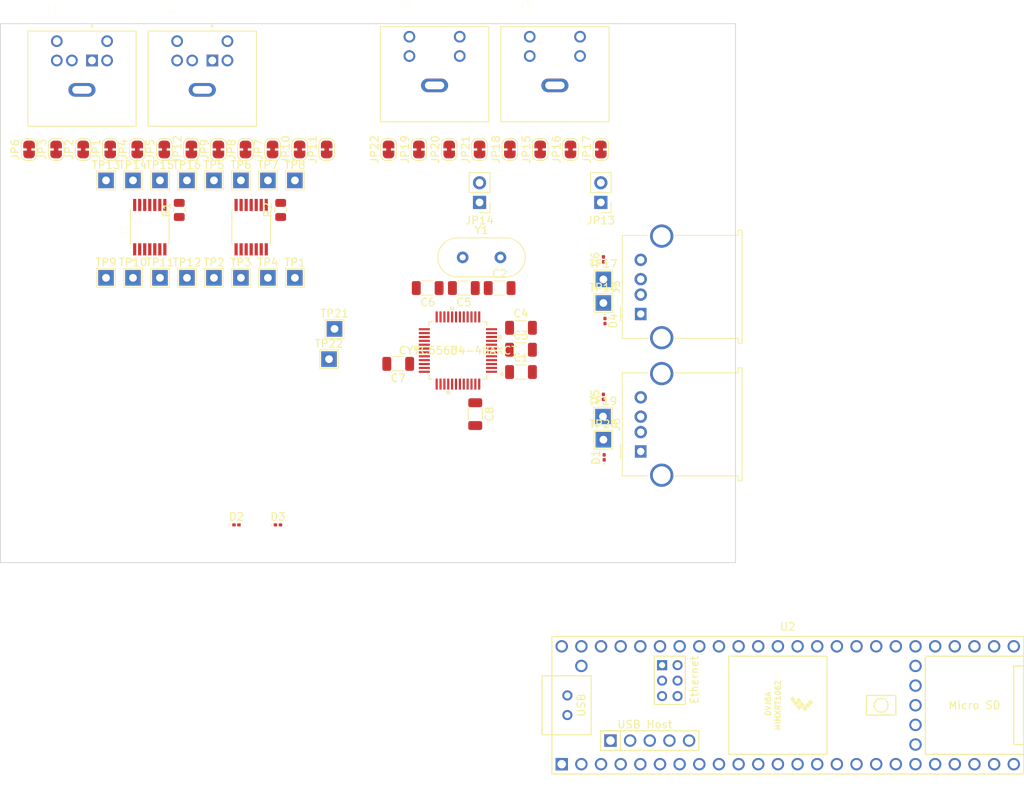
<source format=kicad_pcb>
(kicad_pcb (version 20210228) (generator pcbnew)
  (layers (0 "F.Cu" signal) (31 "B.Cu" signal) (34 "B.Paste" user) (35 "F.Paste" user) (36 "B.SilkS" user "B.Silkscreen") (37 "F.SilkS" user "F.Silkscreen") (38 "B.Mask" user) (39 "F.Mask" user) (44 "Edge.Cuts" user))
  (net 0 "")
  (net 1 "Net-(J1-Pad8)")
  (net 2 "Net-(J1-Pad2)")
  (net 3 "Net-(J1-Pad3)")
  (net 4 "Net-(J1-Pad5)")
  (net 5 "Net-(J1-Pad6)")
  (net 6 "Net-(J1-Pad1)")
  (net 7 "GND")
  (net 8 "Net-(J2-Pad8)")
  (net 9 "Net-(J2-Pad2)")
  (net 10 "Net-(J2-Pad3)")
  (net 11 "Net-(J2-Pad5)")
  (net 12 "Net-(J2-Pad6)")
  (net 13 "Net-(J2-Pad1)")
  (net 14 "Net-(J3-Pad8)")
  (net 15 "Net-(J3-Pad3)")
  (net 16 "Net-(J3-Pad5)")
  (net 17 "Net-(J3-Pad6)")
  (net 18 "Net-(J4-Pad8)")
  (net 19 "Net-(J4-Pad3)")
  (net 20 "Net-(J4-Pad5)")
  (net 21 "Net-(J4-Pad6)")
  (net 22 "PS2_A_Data")
  (net 23 "+5V")
  (net 24 "PS2_A_CLK")
  (net 25 "PS2_B_Data")
  (net 26 "PS2_B_CLK")
  (net 27 "Net-(JP13-Pad2)")
  (net 28 "Net-(JP14-Pad2)")
  (net 29 "ADB_A_Data")
  (net 30 "ADB_A_PWR")
  (net 31 "ADB_B_Data")
  (net 32 "ADB_B_PWR")
  (net 33 "Net-(R1-Pad2)")
  (net 34 "Net-(R2-Pad2)")
  (net 35 "Net-(U1-Pad9)")
  (net 36 "Net-(U1-Pad6)")
  (net 37 "TTL_PS2_B_CLK")
  (net 38 "TTL_PS2_B_Data")
  (net 39 "TTL_PS2_A_CLK")
  (net 40 "TTL_PS2_A_Data")
  (net 41 "+3V3")
  (net 42 "Net-(U3-Pad9)")
  (net 43 "Net-(U3-Pad6)")
  (net 44 "TTL_ADB_B_PWR")
  (net 45 "TTL_ADB_B_Data")
  (net 46 "TTL_ADB_A_PWR")
  (net 47 "TTL_ADB_A_Data")
  (net 48 "USB_VCC_A")
  (net 49 "USB_XIN")
  (net 50 "USB_XOUT")
  (net 51 "USB_VCC_D")
  (net 52 "GNDPWR")
  (net 53 "USB_DD1_N")
  (net 54 "USB_DIN_P")
  (net 55 "USB_DIN_N")
  (net 56 "USB_DD2_N")
  (net 57 "USB_DD1_P")
  (net 58 "USB_DD2_P")
  (footprint "TestPoint:TestPoint_THTPad_2.0x2.0mm_Drill1.0mm" (layer "F.Cu") (at 120.171028 70.2056)
    (fp_text reference "TP4" (at 0 -1.998) (layer "F.SilkS"))
    (fp_text value "TestPoint")
    (pad "1" thru_hole rect (at 0 0) (size 2 2) (drill 1) (layers *.Cu *.Mask) (net 44 "TTL_ADB_B_PWR"))
  )
  (footprint "Connector_USB:USB_A_Molex_67643_Horizontal" (layer "F.Cu") (at 168.3512 74.8792 90)
    (fp_text reference "J5" (at 3.5 -3.19 90) (layer "F.SilkS"))
    (fp_text value "USB_A")
    (pad "1" thru_hole rect (at 0 0 90) (size 1.6 1.5) (drill 0.95) (layers *.Cu *.Mask) (net 23 "+5V"))
    (pad "2" thru_hole circle (at 2.5 0 90) (size 1.6 1.6) (drill 0.95) (layers *.Cu *.Mask) (net 56 "USB_DD2_N"))
    (pad "3" thru_hole circle (at 4.5 0 90) (size 1.6 1.6) (drill 0.95) (layers *.Cu *.Mask) (net 58 "USB_DD2_P"))
    (pad "4" thru_hole circle (at 7 0 90) (size 1.6 1.6) (drill 0.95) (layers *.Cu *.Mask) (net 7 "GND"))
    (pad "5" thru_hole circle (at -3.07 2.71 90) (size 3 3) (drill 2.3) (layers *.Cu *.Mask) (net 52 "GNDPWR"))
    (pad "5" thru_hole circle (at 10.07 2.71 90) (size 3 3) (drill 2.3) (layers *.Cu *.Mask) (net 52 "GNDPWR"))
  )
  (footprint "TestPoint:TestPoint_THTPad_2.0x2.0mm_Drill1.0mm" (layer "F.Cu") (at 99.248686 57.6072)
    (fp_text reference "TP13" (at 0 -1.998) (layer "F.SilkS"))
    (fp_text value "TestPoint")
    (pad "1" thru_hole rect (at 0 0) (size 2 2) (drill 1) (layers *.Cu *.Mask) (net 22 "PS2_A_Data"))
  )
  (footprint "TestPoint:TestPoint_THTPad_2.0x2.0mm_Drill1.0mm" (layer "F.Cu") (at 163.4744 88.138)
    (fp_text reference "TP19" (at 0 -1.998) (layer "F.SilkS"))
    (fp_text value "TestPoint")
    (pad "1" thru_hole rect (at 0 0) (size 2 2) (drill 1) (layers *.Cu *.Mask) (net 57 "USB_DD1_P"))
  )
  (footprint "Capacitor_SMD:C_1206_3216Metric" (layer "F.Cu") (at 152.8756 79.502)
    (fp_text reference "C3" (at 0 -1.85) (layer "F.SilkS"))
    (fp_text value "0.1u")
    (pad "1" smd roundrect (at -1.475 0) (size 1.15 1.8) (layers "F.Cu" "F.Paste" "F.Mask") (roundrect_rratio 0.217391) (net 48 "USB_VCC_A"))
    (pad "2" smd roundrect (at 1.475 0) (size 1.15 1.8) (layers "F.Cu" "F.Paste" "F.Mask") (roundrect_rratio 0.217391) (net 7 "GND"))
  )
  (footprint "Jumper:SolderJumper-2_P1.3mm_Bridged_RoundedPad1.0x1.5mm" (layer "F.Cu") (at 89.304092 53.609 90)
    (fp_text reference "JP6" (at 0 -1.8 90) (layer "F.SilkS"))
    (fp_text value "SolderJumper_2_Bridged")
    (fp_poly (pts (xy 0.25 -0.3) (xy -0.25 -0.3) (xy -0.25 0.3) (xy 0.25 0.3)) (layer "F.Cu") (width 0) (fill solid))
    (pad "1" smd custom (at -0.65 0 90) (size 1 0.5) (layers "F.Cu" "F.Mask") (options (clearance outline) (anchor rect)) (primitives (gr_circle (center 0 0.25) (end 0.5 0.25) (width 0) (fill yes)) (gr_circle (center 0 -0.25) (end 0.5 -0.25) (width 0) (fill yes)) (gr_poly (pts (xy 0 -0.75) (xy 0.5 -0.75) (xy 0.5 0.75) (xy 0 0.75)) (width 0) (fill yes))))
    (pad "2" smd custom (at 0.65 0 90) (size 1 0.5) (layers "F.Cu" "F.Mask") (net 1 "Net-(J1-Pad8)") (options (clearance outline) (anchor rect)) (primitives (gr_circle (center 0 0.25) (end 0.5 0.25) (width 0) (fill yes)) (gr_circle (center 0 -0.25) (end 0.5 -0.25) (width 0) (fill yes)) (gr_poly (pts (xy 0 -0.75) (xy -0.5 -0.75) (xy -0.5 0.75) (xy 0 0.75)) (width 0) (fill yes))))
  )
  (footprint "TestPoint:TestPoint_THTPad_2.0x2.0mm_Drill1.0mm" (layer "F.Cu") (at 106.2228 57.6072)
    (fp_text reference "TP15" (at 0 -1.998) (layer "F.SilkS"))
    (fp_text value "TestPoint")
    (pad "1" thru_hole rect (at 0 0) (size 2 2) (drill 1) (layers *.Cu *.Mask) (net 25 "PS2_B_Data"))
  )
  (footprint "Resistor_SMD:R_0805_2012Metric" (layer "F.Cu") (at 108.712 61.4264 90)
    (fp_text reference "R1" (at 0 -1.65 90) (layer "F.SilkS"))
    (fp_text value "0 ohm")
    (pad "1" smd roundrect (at -0.9125 0 90) (size 1.025 1.4) (layers "F.Cu" "F.Paste" "F.Mask") (roundrect_rratio 0.243902) (net 7 "GND"))
    (pad "2" smd roundrect (at 0.9125 0 90) (size 1.025 1.4) (layers "F.Cu" "F.Paste" "F.Mask") (roundrect_rratio 0.243902) (net 33 "Net-(R1-Pad2)"))
  )
  (footprint "Diode_SMD:D_0201_0603Metric" (layer "F.Cu") (at 163.5252 67.818 90)
    (fp_text reference "D6" (at 0 -1.05 90) (layer "F.SilkS"))
    (fp_text value "PGB1010603MR")
    (pad "1" smd roundrect (at -0.32 0 90) (size 0.46 0.4) (layers "F.Cu" "F.Mask") (net 58 "USB_DD2_P"))
    (pad "2" smd roundrect (at 0.32 0 90) (size 0.46 0.4) (layers "F.Cu" "F.Mask") (net 52 "GNDPWR"))
  )
  (footprint "mousekey_v0p1:SOP65P640X120-14N" (layer "F.Cu") (at 104.902 63.6514 90)
    (fp_text reference "U1" (at -0.595 -3.435 90) (layer "F.SilkS") (effects (font (thickness 0.015))))
    (fp_text value "LSF0204DPWR")
    (pad "1" smd rect (at -2.87 -1.95 90) (size 1.57 0.41) (layers "F.Cu" "F.Paste" "F.Mask") (net 41 "+3V3"))
    (pad "2" smd rect (at -2.87 -1.3 90) (size 1.57 0.41) (layers "F.Cu" "F.Paste" "F.Mask") (net 40 "TTL_PS2_A_Data"))
    (pad "3" smd rect (at -2.87 -0.65 90) (size 1.57 0.41) (layers "F.Cu" "F.Paste" "F.Mask") (net 39 "TTL_PS2_A_CLK"))
    (pad "4" smd rect (at -2.87 0 90) (size 1.57 0.41) (layers "F.Cu" "F.Paste" "F.Mask") (net 38 "TTL_PS2_B_Data"))
    (pad "5" smd rect (at -2.87 0.65 90) (size 1.57 0.41) (layers "F.Cu" "F.Paste" "F.Mask") (net 37 "TTL_PS2_B_CLK"))
    (pad "6" smd rect (at -2.87 1.3 90) (size 1.57 0.41) (layers "F.Cu" "F.Paste" "F.Mask") (net 36 "Net-(U1-Pad6)"))
    (pad "7" smd rect (at -2.87 1.95 90) (size 1.57 0.41) (layers "F.Cu" "F.Paste" "F.Mask") (net 7 "GND"))
    (pad "8" smd rect (at 2.87 1.95 90) (size 1.57 0.41) (layers "F.Cu" "F.Paste" "F.Mask") (net 33 "Net-(R1-Pad2)"))
    (pad "9" smd rect (at 2.87 1.3 90) (size 1.57 0.41) (layers "F.Cu" "F.Paste" "F.Mask") (net 35 "Net-(U1-Pad9)"))
    (pad "10" smd rect (at 2.87 0.65 90) (size 1.57 0.41) (layers "F.Cu" "F.Paste" "F.Mask") (net 26 "PS2_B_CLK"))
    (pad "11" smd rect (at 2.87 0 90) (size 1.57 0.41) (layers "F.Cu" "F.Paste" "F.Mask") (net 25 "PS2_B_Data"))
    (pad "12" smd rect (at 2.87 -0.65 90) (size 1.57 0.41) (layers "F.Cu" "F.Paste" "F.Mask") (net 24 "PS2_A_CLK"))
    (pad "13" smd rect (at 2.87 -1.3 90) (size 1.57 0.41) (layers "F.Cu" "F.Paste" "F.Mask") (net 22 "PS2_A_Data"))
    (pad "14" smd rect (at 2.87 -1.95 90) (size 1.57 0.41) (layers "F.Cu" "F.Paste" "F.Mask") (net 23 "+5V"))
  )
  (footprint "mousekey_v0p1:CUI_MD-60S" (layer "F.Cu") (at 111.689 44.45)
    (fp_text reference "J2" (at -3.825 -8.985) (layer "F.SilkS") (effects (font (thickness 0.015))))
    (fp_text value "MD-60S")
    (pad "1" thru_hole rect (at 1.3 -2.35) (size 1.508 1.508) (drill 1) (layers *.Cu *.Mask) (net 13 "Net-(J2-Pad1)"))
    (pad "2" thru_hole circle (at -1.3 -2.35) (size 1.508 1.508) (drill 1) (layers *.Cu *.Mask) (net 9 "Net-(J2-Pad2)"))
    (pad "3" thru_hole circle (at -3.25 -2.35) (size 1.508 1.508) (drill 1) (layers *.Cu *.Mask) (net 10 "Net-(J2-Pad3)"))
    (pad "5" thru_hole circle (at 3.25 -2.35) (size 1.508 1.508) (drill 1) (layers *.Cu *.Mask) (net 11 "Net-(J2-Pad5)"))
    (pad "6" thru_hole circle (at 3.25 -4.85) (size 1.508 1.508) (drill 1) (layers *.Cu *.Mask) (net 12 "Net-(J2-Pad6)"))
    (pad "8" thru_hole circle (at -3.25 -4.85) (size 1.508 1.508) (drill 1) (layers *.Cu *.Mask) (net 8 "Net-(J2-Pad8)"))
    (pad "S1" thru_hole oval (at 0 1.45) (size 3.5 1.75) (drill oval 2.5 1) (layers *.Cu *.Mask) (net 7 "GND"))
  )
  (footprint "Jumper:SolderJumper-2_P1.3mm_Bridged_RoundedPad1.0x1.5mm" (layer "F.Cu") (at 139.681857 53.609 90)
    (fp_text reference "JP19" (at 0 -1.8 90) (layer "F.SilkS"))
    (fp_text value "SolderJumper_2_Bridged")
    (fp_poly (pts (xy 0.25 -0.3) (xy -0.25 -0.3) (xy -0.25 0.3) (xy 0.25 0.3)) (layer "F.Cu") (width 0) (fill solid))
    (pad "1" smd custom (at -0.65 0 90) (size 1 0.5) (layers "F.Cu" "F.Mask") (net 31 "ADB_B_Data") (options (clearance outline) (anchor rect)) (primitives (gr_circle (center 0 0.25) (end 0.5 0.25) (width 0) (fill yes)) (gr_circle (center 0 -0.25) (end 0.5 -0.25) (width 0) (fill yes)) (gr_poly (pts (xy 0 -0.75) (xy 0.5 -0.75) (xy 0.5 0.75) (xy 0 0.75)) (width 0) (fill yes))))
    (pad "2" smd custom (at 0.65 0 90) (size 1 0.5) (layers "F.Cu" "F.Mask") (net 19 "Net-(J4-Pad3)") (options (clearance outline) (anchor rect)) (primitives (gr_circle (center 0 0.25) (end 0.5 0.25) (width 0) (fill yes)) (gr_circle (center 0 -0.25) (end 0.5 -0.25) (width 0) (fill yes)) (gr_poly (pts (xy 0 -0.75) (xy -0.5 -0.75) (xy -0.5 0.75) (xy 0 0.75)) (width 0) (fill yes))))
  )
  (footprint "TestPoint:TestPoint_THTPad_2.0x2.0mm_Drill1.0mm" (layer "F.Cu") (at 163.5252 73.4568)
    (fp_text reference "TP18" (at 0 -1.998) (layer "F.SilkS"))
    (fp_text value "TestPoint")
    (pad "1" thru_hole rect (at 0 0) (size 2 2) (drill 1) (layers *.Cu *.Mask) (net 56 "USB_DD2_N"))
  )
  (footprint "TestPoint:TestPoint_THTPad_2.0x2.0mm_Drill1.0mm" (layer "F.Cu") (at 113.196914 70.2056)
    (fp_text reference "TP2" (at 0 -1.998) (layer "F.SilkS"))
    (fp_text value "TestPoint")
    (pad "1" thru_hole rect (at 0 0) (size 2 2) (drill 1) (layers *.Cu *.Mask) (net 46 "TTL_ADB_A_PWR"))
  )
  (footprint "Capacitor_SMD:C_1206_3216Metric" (layer "F.Cu") (at 137.0094 81.3308 180)
    (fp_text reference "C7" (at 0 -1.85) (layer "F.SilkS"))
    (fp_text value "0.1u")
    (pad "1" smd roundrect (at -1.475 0 180) (size 1.15 1.8) (layers "F.Cu" "F.Paste" "F.Mask") (roundrect_rratio 0.217391) (net 51 "USB_VCC_D"))
    (pad "2" smd roundrect (at 1.475 0 180) (size 1.15 1.8) (layers "F.Cu" "F.Paste" "F.Mask") (roundrect_rratio 0.217391) (net 7 "GND"))
  )
  (footprint "Capacitor_SMD:C_1206_3216Metric" (layer "F.Cu") (at 140.8194 71.5264 180)
    (fp_text reference "C6" (at 0 -1.85) (layer "F.SilkS"))
    (fp_text value "0.1u")
    (pad "1" smd roundrect (at -1.475 0 180) (size 1.15 1.8) (layers "F.Cu" "F.Paste" "F.Mask") (roundrect_rratio 0.217391) (net 48 "USB_VCC_A"))
    (pad "2" smd roundrect (at 1.475 0 180) (size 1.15 1.8) (layers "F.Cu" "F.Paste" "F.Mask") (roundrect_rratio 0.217391))
  )
  (footprint "TestPoint:TestPoint_THTPad_2.0x2.0mm_Drill1.0mm" (layer "F.Cu") (at 163.5252 91.1352)
    (fp_text reference "TP20" (at 0 -1.998) (layer "F.SilkS"))
    (fp_text value "TestPoint")
    (pad "1" thru_hole rect (at 0 0) (size 2 2) (drill 1) (layers *.Cu *.Mask) (net 53 "USB_DD1_N"))
  )
  (footprint "Jumper:SolderJumper-2_P1.3mm_Bridged_RoundedPad1.0x1.5mm" (layer "F.Cu") (at 127.762 53.609 90)
    (fp_text reference "JP11" (at 0 -1.8 90) (layer "F.SilkS"))
    (fp_text value "SolderJumper_2_Bridged")
    (fp_poly (pts (xy 0.25 -0.3) (xy -0.25 -0.3) (xy -0.25 0.3) (xy 0.25 0.3)) (layer "F.Cu") (width 0) (fill solid))
    (pad "1" smd custom (at -0.65 0 90) (size 1 0.5) (layers "F.Cu" "F.Mask") (net 26 "PS2_B_CLK") (options (clearance outline) (anchor rect)) (primitives (gr_circle (center 0 0.25) (end 0.5 0.25) (width 0) (fill yes)) (gr_circle (center 0 -0.25) (end 0.5 -0.25) (width 0) (fill yes)) (gr_poly (pts (xy 0 -0.75) (xy 0.5 -0.75) (xy 0.5 0.75) (xy 0 0.75)) (width 0) (fill yes))))
    (pad "2" smd custom (at 0.65 0 90) (size 1 0.5) (layers "F.Cu" "F.Mask") (net 12 "Net-(J2-Pad6)") (options (clearance outline) (anchor rect)) (primitives (gr_circle (center 0 0.25) (end 0.5 0.25) (width 0) (fill yes)) (gr_circle (center 0 -0.25) (end 0.5 -0.25) (width 0) (fill yes)) (gr_poly (pts (xy 0 -0.75) (xy -0.5 -0.75) (xy -0.5 0.75) (xy 0 0.75)) (width 0) (fill yes))))
  )
  (footprint "Diode_SMD:D_0201_0603Metric" (layer "F.Cu") (at 163.6268 93.4212 90)
    (fp_text reference "D1" (at 0 -1.05 90) (layer "F.SilkS"))
    (fp_text value "PGB1010603MR")
    (pad "1" smd roundrect (at -0.32 0 90) (size 0.46 0.4) (layers "F.Cu" "F.Mask") (net 53 "USB_DD1_N"))
    (pad "2" smd roundrect (at 0.32 0 90) (size 0.46 0.4) (layers "F.Cu" "F.Mask") (net 52 "GNDPWR"))
  )
  (footprint "TestPoint:TestPoint_THTPad_2.0x2.0mm_Drill1.0mm" (layer "F.Cu") (at 106.2228 70.2056)
    (fp_text reference "TP11" (at 0 -1.998) (layer "F.SilkS"))
    (fp_text value "TestPoint")
    (pad "1" thru_hole rect (at 0 0) (size 2 2) (drill 1) (layers *.Cu *.Mask) (net 38 "TTL_PS2_B_Data"))
  )
  (footprint "Diode_SMD:D_0201_0603Metric" (layer "F.Cu") (at 121.4682 102.154)
    (fp_text reference "D3" (at 0 -1.05) (layer "F.SilkS"))
    (fp_text value "PGB1010603MR")
    (pad "1" smd roundrect (at -0.32 0) (size 0.46 0.4) (layers "F.Cu" "F.Mask") (net 55 "USB_DIN_N"))
    (pad "2" smd roundrect (at 0.32 0) (size 0.46 0.4) (layers "F.Cu" "F.Mask") (net 52 "GNDPWR"))
  )
  (footprint "Jumper:SolderJumper-2_P1.3mm_Bridged_RoundedPad1.0x1.5mm" (layer "F.Cu") (at 147.519571 53.609 90)
    (fp_text reference "JP21" (at 0 -1.8 90) (layer "F.SilkS"))
    (fp_text value "SolderJumper_2_Bridged")
    (fp_poly (pts (xy 0.25 -0.3) (xy -0.25 -0.3) (xy -0.25 0.3) (xy 0.25 0.3)) (layer "F.Cu") (width 0) (fill solid))
    (pad "1" smd custom (at -0.65 0 90) (size 1 0.5) (layers "F.Cu" "F.Mask") (net 28 "Net-(JP14-Pad2)") (options (clearance outline) (anchor rect)) (primitives (gr_circle (center 0 0.25) (end 0.5 0.25) (width 0) (fill yes)) (gr_circle (center 0 -0.25) (end 0.5 -0.25) (width 0) (fill yes)) (gr_poly (pts (xy 0 -0.75) (xy 0.5 -0.75) (xy 0.5 0.75) (xy 0 0.75)) (width 0) (fill yes))))
    (pad "2" smd custom (at 0.65 0 90) (size 1 0.5) (layers "F.Cu" "F.Mask") (net 21 "Net-(J4-Pad6)") (options (clearance outline) (anchor rect)) (primitives (gr_circle (center 0 0.25) (end 0.5 0.25) (width 0) (fill yes)) (gr_circle (center 0 -0.25) (end 0.5 -0.25) (width 0) (fill yes)) (gr_poly (pts (xy 0 -0.75) (xy -0.5 -0.75) (xy -0.5 0.75) (xy 0 0.75)) (width 0) (fill yes))))
  )
  (footprint "Capacitor_SMD:C_1206_3216Metric" (layer "F.Cu") (at 150.1158 71.5264)
    (fp_text reference "C2" (at 0 -1.85) (layer "F.SilkS"))
    (fp_text value "20p")
    (pad "1" smd roundrect (at -1.475 0) (size 1.15 1.8) (layers "F.Cu" "F.Paste" "F.Mask") (roundrect_rratio 0.217391) (net 49 "USB_XIN"))
    (pad "2" smd roundrect (at 1.475 0) (size 1.15 1.8) (layers "F.Cu" "F.Paste" "F.Mask") (roundrect_rratio 0.217391) (net 7 "GND"))
  )
  (footprint "TestPoint:TestPoint_THTPad_2.0x2.0mm_Drill1.0mm" (layer "F.Cu") (at 113.196914 57.6072)
    (fp_text reference "TP5" (at 0 -1.998) (layer "F.SilkS"))
    (fp_text value "TestPoint")
    (pad "1" thru_hole rect (at 0 0) (size 2 2) (drill 1) (layers *.Cu *.Mask) (net 29 "ADB_A_Data"))
  )
  (footprint "Jumper:SolderJumper-2_P1.3mm_Bridged_RoundedPad1.0x1.5mm" (layer "F.Cu") (at 124.265822 53.609 90)
    (fp_text reference "JP10" (at 0 -1.8 90) (layer "F.SilkS"))
    (fp_text value "SolderJumper_2_Bridged")
    (fp_poly (pts (xy 0.25 -0.3) (xy -0.25 -0.3) (xy -0.25 0.3) (xy 0.25 0.3)) (layer "F.Cu") (width 0) (fill solid))
    (pad "1" smd custom (at -0.65 0 90) (size 1 0.5) (layers "F.Cu" "F.Mask") (net 7 "GND") (options (clearance outline) (anchor rect)) (primitives (gr_circle (center 0 0.25) (end 0.5 0.25) (width 0) (fill yes)) (gr_circle (center 0 -0.25) (end 0.5 -0.25) (width 0) (fill yes)) (gr_poly (pts (xy 0 -0.75) (xy 0.5 -0.75) (xy 0.5 0.75) (xy 0 0.75)) (width 0) (fill yes))))
    (pad "2" smd custom (at 0.65 0 90) (size 1 0.5) (layers "F.Cu" "F.Mask") (net 11 "Net-(J2-Pad5)") (options (clearance outline) (anchor rect)) (primitives (gr_circle (center 0 0.25) (end 0.5 0.25) (width 0) (fill yes)) (gr_circle (center 0 -0.25) (end 0.5 -0.25) (width 0) (fill yes)) (gr_poly (pts (xy 0 -0.75) (xy -0.5 -0.75) (xy -0.5 0.75) (xy 0 0.75)) (width 0) (fill yes))))
  )
  (footprint "Jumper:SolderJumper-2_P1.3mm_Bridged_RoundedPad1.0x1.5mm" (layer "F.Cu") (at 151.438428 53.609 90)
    (fp_text reference "JP18" (at 0 -1.8 90) (layer "F.SilkS"))
    (fp_text value "SolderJumper_2_Bridged")
    (fp_poly (pts (xy 0.25 -0.3) (xy -0.25 -0.3) (xy -0.25 0.3) (xy 0.25 0.3)) (layer "F.Cu") (width 0) (fill solid))
    (pad "1" smd custom (at -0.65 0 90) (size 1 0.5) (layers "F.Cu" "F.Mask") (net 7 "GND") (options (clearance outline) (anchor rect)) (primitives (gr_circle (center 0 0.25) (end 0.5 0.25) (width 0) (fill yes)) (gr_circle (center 0 -0.25) (end 0.5 -0.25) (width 0) (fill yes)) (gr_poly (pts (xy 0 -0.75) (xy 0.5 -0.75) (xy 0.5 0.75) (xy 0 0.75)) (width 0) (fill yes))))
    (pad "2" smd custom (at 0.65 0 90) (size 1 0.5) (layers "F.Cu" "F.Mask") (net 14 "Net-(J3-Pad8)") (options (clearance outline) (anchor rect)) (primitives (gr_circle (center 0 0.25) (end 0.5 0.25) (width 0) (fill yes)) (gr_circle (center 0 -0.25) (end 0.5 -0.25) (width 0) (fill yes)) (gr_poly (pts (xy 0 -0.75) (xy -0.5 -0.75) (xy -0.5 0.75) (xy 0 0.75)) (width 0) (fill yes))))
  )
  (footprint "Connector_PinHeader_2.54mm:PinHeader_1x02_P2.54mm_Vertical" (layer "F.Cu") (at 147.519571 60.452 180)
    (fp_text reference "JP14" (at 0 -2.33) (layer "F.SilkS"))
    (fp_text value "Jumper_2_Bridged")
    (pad "1" thru_hole rect (at 0 0 180) (size 1.7 1.7) (drill 1) (layers *.Cu *.Mask) (net 23 "+5V"))
    (pad "2" thru_hole oval (at 0 2.54 180) (size 1.7 1.7) (drill 1) (layers *.Cu *.Mask) (net 28 "Net-(JP14-Pad2)"))
  )
  (footprint "TestPoint:TestPoint_THTPad_2.0x2.0mm_Drill1.0mm" (layer "F.Cu") (at 109.709857 70.2056)
    (fp_text reference "TP12" (at 0 -1.998) (layer "F.SilkS"))
    (fp_text value "TestPoint")
    (pad "1" thru_hole rect (at 0 0) (size 2 2) (drill 1) (layers *.Cu *.Mask) (net 37 "TTL_PS2_B_CLK"))
  )
  (footprint "teensy:Teensy41" (layer "F.Cu") (at 187.3504 125.476)
    (fp_text reference "U2" (at 0 -10.16) (layer "F.SilkS"))
    (fp_text value "Teensy4.1")
    (fp_text user "MIMXRT1062" (at -1.27 0 -90) (layer "F.SilkS") (effects (font (size 0.7 0.7))))
    (fp_text user "Micro SD" (at 24.13 0) (layer "F.SilkS"))
    (fp_text user "USB" (at -26.67 0 270) (layer "F.SilkS"))
    (fp_text user "Ethernet" (at -12.065 -3.2766 90) (layer "F.SilkS"))
    (fp_text user "USB Host" (at -18.4658 2.4892) (layer "F.SilkS"))
    (fp_text user "DVJ6A" (at -2.54 -0.18 -90) (layer "F.SilkS") (effects (font (size 0.7 0.7))))
    (pad "1" thru_hole rect (at -29.21 7.62) (size 1.6 1.6) (drill 1.1) (layers *.Cu *.Mask))
    (pad "2" thru_hole circle (at -26.67 7.62) (size 1.6 1.6) (drill 1.1) (layers *.Cu *.Mask))
    (pad "3" thru_hole circle (at -24.13 7.62) (size 1.6 1.6) (drill 1.1) (layers *.Cu *.Mask))
    (pad "4" thru_hole circle (at -21.59 7.62) (size 1.6 1.6) (drill 1.1) (layers *.Cu *.Mask))
    (pad "5" thru_hole circle (at -19.05 7.62) (size 1.6 1.6) (drill 1.1) (layers *.Cu *.Mask))
    (pad "6" thru_hole circle (at -16.51 7.62) (size 1.6 1.6) (drill 1.1) (layers *.Cu *.Mask))
    (pad "7" thru_hole circle (at -13.97 7.62) (size 1.6 1.6) (drill 1.1) (layers *.Cu *.Mask))
    (pad "8" thru_hole circle (at -11.43 7.62) (size 1.6 1.6) (drill 1.1) (layers *.Cu *.Mask))
    (pad "9" thru_hole circle (at -8.89 7.62) (size 1.6 1.6) (drill 1.1) (layers *.Cu *.Mask))
    (pad "10" thru_hole circle (at -6.35 7.62) (size 1.6 1.6) (drill 1.1) (layers *.Cu *.Mask))
    (pad "11" thru_hole circle (at -3.81 7.62) (size 1.6 1.6) (drill 1.1) (layers *.Cu *.Mask))
    (pad "12" thru_hole circle (at -1.27 7.62) (size 1.6 1.6) (drill 1.1) (layers *.Cu *.Mask))
    (pad "13" thru_hole circle (at 1.27 7.62) (size 1.6 1.6) (drill 1.1) (layers *.Cu *.Mask))
    (pad "14" thru_hole circle (at 3.81 7.62) (size 1.6 1.6) (drill 1.1) (layers *.Cu *.Mask))
    (pad "15" thru_hole circle (at 6.35 7.62) (size 1.6 1.6) (drill 1.1) (layers *.Cu *.Mask))
    (pad "16" thru_hole circle (at 8.89 7.62) (size 1.6 1.6) (drill 1.1) (layers *.Cu *.Mask))
    (pad "17" thru_hole circle (at 11.43 7.62) (size 1.6 1.6) (drill 1.1) (layers *.Cu *.Mask))
    (pad "18" thru_hole circle (at 13.97 7.62) (size 1.6 1.6) (drill 1.1) (layers *.Cu *.Mask))
    (pad "19" thru_hole circle (at 16.51 7.62) (size 1.6 1.6) (drill 1.1) (layers *.Cu *.Mask))
    (pad "20" thru_hole circle (at 19.05 7.62) (size 1.6 1.6) (drill 1.1) (layers *.Cu *.Mask))
    (pad "21" thru_hole circle (at 21.59 7.62) (size 1.6 1.6) (drill 1.1) (layers *.Cu *.Mask))
    (pad "22" thru_hole circle (at 24.13 7.62) (size 1.6 1.6) (drill 1.1) (layers *.Cu *.Mask))
    (pad "23" thru_hole circle (at 26.67 7.62) (size 1.6 1.6) (drill 1.1) (layers *.Cu *.Mask))
    (pad "24" thru_hole circle (at 29.21 7.62) (size 1.6 1.6) (drill 1.1) (layers *.Cu *.Mask))
    (pad "25" thru_hole circle (at 29.21 -7.62) (size 1.6 1.6) (drill 1.1) (layers *.Cu *.Mask))
    (pad "26" thru_hole circle (at 26.67 -7.62) (size 1.6 1.6) (drill 1.1) (layers *.Cu *.Mask))
    (pad "27" thru_hole circle (at 24.13 -7.62) (size 1.6 1.6) (drill 1.1) (layers *.Cu *.Mask))
    (pad "28" thru_hole circle (at 21.59 -7.62) (size 1.6 1.6) (drill 1.1) (layers *.Cu *.Mask))
    (pad "29" thru_hole circle (at 19.05 -7.62) (size 1.6 1.6) (drill 1.1) (layers *.Cu *.Mask))
    (pad "30" thru_hole circle (at 16.51 -7.62) (size 1.6 1.6) (drill 1.1) (layers *.Cu *.Mask))
    (pad "31" thru_hole circle (at 13.97 -7.62) (size 1.6 1.6) (drill 1.1) (layers *.Cu *.Mask))
    (pad "32" thru_hole circle (at 11.43 -7.62) (size 1.6 1.6) (drill 1.1) (layers *.Cu *.Mask))
    (pad "33" thru_hole circle (at 8.89 -7.62) (size 1.6 1.6) (drill 1.1) (layers *.Cu *.Mask))
    (pad "34" thru_hole circle (at 6.35 -7.62) (size 1.6 1.6) (drill 1.1) (layers *.Cu *.Mask))
    (pad "35" thru_hole circle (at 3.81 -7.62) (size 1.6 1.6) (drill 1.1) (layers *.Cu *.Mask))
    (pad "36" thru_hole circle (at 1.27 -7.62) (size 1.6 1.6) (drill 1.1) (layers *.Cu *.Mask))
    (pad "37" thru_hole circle (at -1.27 -7.62) (size 1.6 1.6) (drill 1.1) (layers *.Cu *.Mask))
    (pad "38" thru_hole circle (at -3.81 -7.62) (size 1.6 1.6) (drill 1.1) (layers *.Cu *.Mask))
    (pad "39" thru_hole circle (at -6.35 -7.62) (size 1.6 1.6) (drill 1.1) (layers *.Cu *.Mask))
    (pad "40" thru_hole circle (at -8.89 -7.62) (size 1.6 1.6) (drill 1.1) (layers *.Cu *.Mask))
    (pad "41" thru_hole circle (at -11.43 -7.62) (size 1.6 1.6) (drill 1.1) (layers *.Cu *.Mask))
    (pad "42" thru_hole circle (at -13.97 -7.62) (size 1.6 1.6) (drill 1.1) (layers *.Cu *.Mask))
    (pad "43" thru_hole circle (at -16.51 -7.62) (size 1.6 1.6) (drill 1.1) (layers *.Cu *.Mask))
    (pad "44" thru_hole circle (at -19.05 -7.62) (size 1.6 1.6) (drill 1.1) (layers *.Cu *.Mask))
    (pad "45" thru_hole circle (at -21.59 -7.62) (size 1.6 1.6) (drill 1.1) (layers *.Cu *.Mask))
    (pad "46" thru_hole circle (at -24.13 -7.62) (size 1.6 1.6) (drill 1.1) (layers *.Cu *.Mask))
    (pad "47" thru_hole circle (at -26.67 -7.62) (size 1.6 1.6) (drill 1.1) (layers *.Cu *.Mask))
    (pad "48" thru_hole circle (at -29.21 -7.62) (size 1.6 1.6) (drill 1.1) (layers *.Cu *.Mask))
    (pad "49" thru_hole circle (at -26.67 -5.08) (size 1.6 1.6) (drill 1.1) (layers *.Cu *.Mask))
    (pad "50" thru_hole circle (at 16.51 5.08) (size 1.6 1.6) (drill 1.1) (layers *.Cu *.Mask))
    (pad "51" thru_hole circle (at 16.51 2.54) (size 1.6 1.6) (drill 1.1) (layers *.Cu *.Mask))
    (pad "52" thru_hole circle (at 16.51 0) (size 1.6 1.6) (drill 1.1) (layers *.Cu *.Mask))
    (pad "53" thru_hole circle (at 16.51 -2.54) (size 1.6 1.6) (drill 1.1) (layers *.Cu *.Mask))
    (pad "54" thru_hole circle (at 16.51 -5.08) (size 1.6 1.6) (drill 1.1) (layers *.Cu *.Mask))
    (pad "55" thru_hole rect (at -22.9108 4.5692) (size 1.6 1.6) (drill 1.1) (layers *.Cu *.Mask))
    (pad "56" thru_hole circle (at -20.3708 4.5692) (size 1.6 1.6) (drill 1.1) (layers *.Cu *.Mask))
    (pad "57" thru_hole circle (at -17.8308 4.5692) (size 1.6 1.6) (drill 1.1) (layers *.Cu *.Mask))
    (pad "58" thru_hole circle (at -15.2908 4.5692) (size 1.6 1.6) (drill 1.1) (layers *.Cu *.Mask))
    (pad "59" thru_hole circle (at -12.7508 4.5692) (size 1.6 1.6) (drill 1.1) (layers *.Cu *.Mask))
    (pad "60" thru_hole rect (at -16.24 -5.1816) (size 1.3 1.3) (drill 0.8) (layers *.Cu *.Mask))
    (pad "61" thru_hole circle (at -16.24 -3.1816) (size 1.3 1.3) (drill 0.8) (layers *.Cu *.Mask))
    (pad "62" thru_hole circle (at -16.24 -1.1816) (size 1.3 1.3) (drill 0.8) (layers *.Cu *.Mask))
    (pad "63" thru_hole circle (at -14.24 -1.1816) (size 1.3 1.3) (drill 0.8) (layers *.Cu *.Mask))
    (pad "64" thru_hole circle (at -14.24 -3.1816) (size 1.3 1.3) (drill 0.8) (layers *.Cu *.Mask))
    (pad "65" thru_hole circle (at -14.24 -5.1816) (size 1.3 1.3) (drill 0.8) (layers *.Cu *.Mask))
    (pad "66" thru_hole circle (at -28.48 -1.27) (size 1.3 1.3) (drill 0.8) (layers *.Cu *.Mask))
    (pad "67" thru_hole circle (at -28.48 1.27) (size 1.3 1.3) (drill 0.8) (layers *.Cu *.Mask))
  )
  (footprint "TestPoint:TestPoint_THTPad_2.0x2.0mm_Drill1.0mm" (layer "F.Cu") (at 102.735743 70.2056)
    (fp_text reference "TP10" (at 0 -1.998) (layer "F.SilkS"))
    (fp_text value "TestPoint")
    (pad "1" thru_hole rect (at 0 0) (size 2 2) (drill 1) (layers *.Cu *.Mask) (net 39 "TTL_PS2_A_CLK"))
  )
  (footprint "teensy:CY7C65634-48AXCT" (layer "F.Cu") (at 144.7292 79.6036 180)
    (fp_text reference "U4" (at 0 0) (layer "F.SilkS"))
    (fp_text value "CY7C65634-48AXCT" (at 0 0) (layer "F.SilkS"))
    (fp_text user "*" (at -5.6896 -3.381) (layer "F.SilkS"))
    (fp_text user "*" (at -5.6896 -3.381) (layer "F.SilkS"))
    (pad "1" smd rect (at -4.3434 -2.75 270) (size 0.2794 1.4224) (layers "F.Cu" "F.Paste" "F.Mask") (net 48 "USB_VCC_A"))
    (pad "2" smd rect (at -4.3434 -2.250001 270) (size 0.2794 1.4224) (layers "F.Cu" "F.Paste" "F.Mask") (net 7 "GND"))
    (pad "3" smd rect (at -4.3434 -1.749999 270) (size 0.2794 1.4224) (layers "F.Cu" "F.Paste" "F.Mask") (net 55 "USB_DIN_N"))
    (pad "4" smd rect (at -4.3434 -1.25 270) (size 0.2794 1.4224) (layers "F.Cu" "F.Paste" "F.Mask") (net 54 "USB_DIN_P"))
    (pad "5" smd rect (at -4.3434 -0.750001 270) (size 0.2794 1.4224) (layers "F.Cu" "F.Paste" "F.Mask") (net 53 "USB_DD1_N"))
    (pad "6" smd rect (at -4.3434 -0.25 270) (size 0.2794 1.4224) (layers "F.Cu" "F.Paste" "F.Mask") (net 57 "USB_DD1_P"))
    (pad "7" smd rect (at -4.3434 0.25 270) (size 0.2794 1.4224) (layers "F.Cu" "F.Paste" "F.Mask") (net 48 "USB_VCC_A"))
    (pad "8" smd rect (at -4.3434 0.750001 270) (size 0.2794 1.4224) (layers "F.Cu" "F.Paste" "F.Mask") (net 7 "GND"))
    (pad "9" smd rect (at -4.3434 1.25 270) (size 0.2794 1.4224) (layers "F.Cu" "F.Paste" "F.Mask") (net 56 "USB_DD2_N"))
    (pad "10" smd rect (at -4.3434 1.749999 270) (size 0.2794 1.4224) (layers "F.Cu" "F.Paste" "F.Mask") (net 58 "USB_DD2_P"))
    (pad "11" smd rect (at -4.3434 2.250001 270) (size 0.2794 1.4224) (layers "F.Cu" "F.Paste" "F.Mask"))
    (pad "12" smd rect (at -4.3434 2.75 270) (size 0.2794 1.4224) (layers "F.Cu" "F.Paste" "F.Mask") (net 48 "USB_VCC_A"))
    (pad "13" smd rect (at -2.75 4.3434 180) (size 0.2794 1.4224) (layers "F.Cu" "F.Paste" "F.Mask") (net 7 "GND"))
    (pad "14" smd rect (at -2.250001 4.3434 180) (size 0.2794 1.4224) (layers "F.Cu" "F.Paste" "F.Mask") (net 49 "USB_XIN"))
    (pad "15" smd rect (at -1.749999 4.3434 180) (size 0.2794 1.4224) (layers "F.Cu" "F.Paste" "F.Mask") (net 50 "USB_XOUT"))
    (pad "16" smd rect (at -1.25 4.3434 180) (size 0.2794 1.4224) (layers "F.Cu" "F.Paste" "F.Mask") (net 48 "USB_VCC_A"))
    (pad "17" smd rect (at -0.750001 4.3434 180) (size 0.2794 1.4224) (layers "F.Cu" "F.Paste" "F.Mask"))
    (pad "18" smd rect (at -0.25 4.3434 180) (size 0.2794 1.4224) (layers "F.Cu" "F.Paste" "F.Mask"))
    (pad "19" smd rect (at 0.25 4.3434 180) (size 0.2794 1.4224) (layers "F.Cu" "F.Paste" "F.Mask"))
    (pad "20" smd rect (at 0.750001 4.3434 180) (size 0.2794 1.4224) (layers "F.Cu" "F.Paste" "F.Mask") (net 7 "GND"))
    (pad "21" smd rect (at 1.25 4.3434 180) (size 0.2794 1.4224) (layers "F.Cu" "F.Paste" "F.Mask"))
    (pad "22" smd rect (at 1.749999 4.3434 180) (size 0.2794 1.4224) (layers "F.Cu" "F.Paste" "F.Mask"))
    (pad "23" smd rect (at 2.250001 4.3434 180) (size 0.2794 1.4224) (layers "F.Cu" "F.Paste" "F.Mask"))
    (pad "24" smd rect (at 2.75 4.3434 180) (size 0.2794 1.4224) (layers "F.Cu" "F.Paste" "F.Mask"))
    (pad "25" smd rect (at 4.3434 2.75 270) (size 0.2794 1.4224) (layers "F.Cu" "F.Paste" "F.Mask"))
    (pad "26" smd rect (at 4.3434 2.250001 270) (size 0.2794 1.4224) (layers "F.Cu" "F.Paste" "F.Mask"))
    (pad "27" smd rect (at 4.3434 1.749999 270) (size 0.2794 1.4224) (layers "F.Cu" "F.Paste" "F.Mask"))
    (pad "28" smd rect (at 4.3434 1.25 270) (size 0.2794 1.4224) (layers "F.Cu" "F.Paste" "F.Mask"))
    (pad "29" smd rect (at 4.3434 0.750001 270) (size 0.2794 1.4224) (layers "F.Cu" "F.Paste" "F.Mask"))
    (pad "30" smd rect (at 4.3434 0.25 270) (size 0.2794 1.4224) (layers "F.Cu" "F.Paste" "F.Mask"))
    (pad "31" smd rect (at 4.3434 -0.25 270) (size 0.2794 1.4224) (layers "F.Cu" "F.Paste" "F.Mask"))
    (pad "32" smd rect (at 4.3434 -0.750001 270) (size 0.2794 1.4224) (layers "F.Cu" "F.Paste" "F.Mask"))
    (pad "33" smd rect (at 4.3434 -1.25 270) (size 0.2794 1.4224) (layers "F.Cu" "F.Paste" "F.Mask"))
    (pad "34" smd rect (at 4.3434 -1.749999 270) (size 0.2794 1.4224) (layers "F.Cu" "F.Paste" "F.Mask") (net 51 "USB_VCC_D"))
    (pad "35" smd rect (at 4.3434 -2.250001 270) (size 0.2794 1.4224) (layers "F.Cu" "F.Paste" "F.Mask"))
    (pad "36" smd rect (at 4.3434 -2.75 270) (size 0.2794 1.4224) (layers "F.Cu" "F.Paste" "F.Mask"))
    (pad "37" smd rect (at 2.75 -4.3434 180) (size 0.2794 1.4224) (layers "F.Cu" "F.Paste" "F.Mask"))
    (pad "38" smd rect (at 2.250001 -4.3434 180) (size 0.2794 1.4224) (layers "F.Cu" "F.Paste" "F.Mask"))
    (pad "39" smd rect (at 1.749999 -4.3434 180) (size 0.2794 1.4224) (layers "F.Cu" "F.Paste" "F.Mask"))
    (pad "40" smd rect (at 1.25 -4.3434 180) (size 0.2794 1.4224) (layers "F.Cu" "F.Paste" "F.Mask"))
    (pad "41" smd rect (at 0.750001 -4.3434 180) (size 0.2794 1.4224) (layers "F.Cu" "F.Paste" "F.Mask"))
    (pad "42" smd rect (at 0.25 -4.3434 180) (size 0.2794 1.4224) (layers "F.Cu" "F.Paste" "F.Mask"))
    (pad "43" smd rect (at -0.25 -4.3434 180) (size 0.2794 1.4224) (layers "F.Cu" "F.Paste" "F.Mask"))
    (pad "44" smd rect (at -0.750001 -4.3434 180) (size 0.2794 1.4224) (layers "F.Cu" "F.Paste" "F.Mask"))
    (pad "45" smd rect (at -1.25 -4.3434 180) (size 0.2794 1.4224) (layers "F.Cu" "F.Paste" "F.Mask"))
    (pad "46" smd rect (at -1.749999 -4.3434 180) (size 0.2794 1.4224) (layers "F.Cu" "F.Paste" "F.Mask"))
    (pad "47" smd rect (at -2.250001 -4.3434 180) (size 0.2794 1.4224) (layers "F.Cu" "F.Paste" "F.Mask") (net 23 "+5V"))
    (pad "48" smd rect (at -2.75 -4.3434 180) (size 0.2794 1.4224) (layers "F.Cu" "F.Paste" "F.Mask"))
  )
  (footprint "Jumper:SolderJumper-2_P1.3mm_Bridged_RoundedPad1.0x1.5mm" (layer "F.Cu") (at 143.600714 53.609 90)
    (fp_text reference "JP20" (at 0 -1.8 90) (layer "F.SilkS"))
    (fp_text value "SolderJumper_2_Bridged")
    (fp_poly (pts (xy 0.25 -0.3) (xy -0.25 -0.3) (xy -0.25 0.3) (xy 0.25 0.3)) (layer "F.Cu") (width 0) (fill solid))
    (pad "1" smd custom (at -0.65 0 90) (size 1 0.5) (layers "F.Cu" "F.Mask") (net 32 "ADB_B_PWR") (options (clearance outline) (anchor rect)) (primitives (gr_circle (center 0 0.25) (end 0.5 0.25) (width 0) (fill yes)) (gr_circle (center 0 -0.25) (end 0.5 -0.25) (width 0) (fill yes)) (gr_poly (pts (xy 0 -0.75) (xy 0.5 -0.75) (xy 0.5 0.75) (xy 0 0.75)) (width 0) (fill yes))))
    (pad "2" smd custom (at 0.65 0 90) (size 1 0.5) (layers "F.Cu" "F.Mask") (net 20 "Net-(J4-Pad5)") (options (clearance outline) (anchor rect)) (primitives (gr_circle (center 0 0.25) (end 0.5 0.25) (width 0) (fill yes)) (gr_circle (center 0 -0.25) (end 0.5 -0.25) (width 0) (fill yes)) (gr_poly (pts (xy 0 -0.75) (xy -0.5 -0.75) (xy -0.5 0.75) (xy 0 0.75)) (width 0) (fill yes))))
  )
  (footprint "Capacitor_SMD:C_1206_3216Metric" (layer "F.Cu") (at 146.9644 87.8314 -90)
    (fp_text reference "C8" (at 0 -1.85 90) (layer "F.SilkS"))
    (fp_text value "0.1u")
    (pad "1" smd roundrect (at -1.475 0 270) (size 1.15 1.8) (layers "F.Cu" "F.Paste" "F.Mask") (roundrect_rratio 0.217391) (net 23 "+5V"))
    (pad "2" smd roundrect (at 1.475 0 270) (size 1.15 1.8) (layers "F.Cu" "F.Paste" "F.Mask") (roundrect_rratio 0.217391) (net 7 "GND"))
  )
  (footprint "Crystal:Crystal_HC49-U_Vertical" (layer "F.Cu") (at 145.3388 67.564)
    (fp_text reference "Y1" (at 2.44 -3.525) (layer "F.SilkS"))
    (fp_text value "12MHz")
    (pad "1" thru_hole circle (at 0 0) (size 1.5 1.5) (drill 0.8) (layers *.Cu *.Mask) (net 49 "USB_XIN"))
    (pad "2" thru_hole circle (at 4.88 0) (size 1.5 1.5) (drill 0.8) (layers *.Cu *.Mask) (net 50 "USB_XOUT"))
  )
  (footprint "Jumper:SolderJumper-2_P1.3mm_Bridged_RoundedPad1.0x1.5mm" (layer "F.Cu") (at 103.288784 53.609 90)
    (fp_text reference "JP4" (at 0 -1.8 90) (layer "F.SilkS"))
    (fp_text value "SolderJumper_2_Bridged")
    (fp_poly (pts (xy 0.25 -0.3) (xy -0.25 -0.3) (xy -0.25 0.3) (xy 0.25 0.3)) (layer "F.Cu") (width 0) (fill solid))
    (pad "1" smd custom (at -0.65 0 90) (size 1 0.5) (layers "F.Cu" "F.Mask") (net 7 "GND") (options (clearance outline) (anchor rect)) (primitives (gr_circle (center 0 0.25) (end 0.5 0.25) (width 0) (fill yes)) (gr_circle (center 0 -0.25) (end 0.5 -0.25) (width 0) (fill yes)) (gr_poly (pts (xy 0 -0.75) (xy 0.5 -0.75) (xy 0.5 0.75) (xy 0 0.75)) (width 0) (fill yes))))
    (pad "2" smd custom (at 0.65 0 90) (size 1 0.5) (layers "F.Cu" "F.Mask") (net 4 "Net-(J1-Pad5)") (options (clearance outline) (anchor rect)) (primitives (gr_circle (center 0 0.25) (end 0.5 0.25) (width 0) (fill yes)) (gr_circle (center 0 -0.25) (end 0.5 -0.25) (width 0) (fill yes)) (gr_poly (pts (xy 0 -0.75) (xy -0.5 -0.75) (xy -0.5 0.75) (xy 0 0.75)) (width 0) (fill yes))))
  )
  (footprint "Resistor_SMD:R_0805_2012Metric" (layer "F.Cu") (at 121.8184 61.4264 90)
    (fp_text reference "R2" (at 0 -1.65 90) (layer "F.SilkS"))
    (fp_text value "0 ohm")
    (pad "1" smd roundrect (at -0.9125 0 90) (size 1.025 1.4) (layers "F.Cu" "F.Paste" "F.Mask") (roundrect_rratio 0.243902) (net 7 "GND"))
    (pad "2" smd roundrect (at 0.9125 0 90) (size 1.025 1.4) (layers "F.Cu" "F.Paste" "F.Mask") (roundrect_rratio 0.243902) (net 34 "Net-(R2-Pad2)"))
  )
  (footprint "mousekey_v0p1:SOP65P640X120-14N" (layer "F.Cu") (at 118.0084 63.6514 90)
    (fp_text reference "U3" (at -0.595 -3.435 90) (layer "F.SilkS") (effects (font (thickness 0.015))))
    (fp_text value "LSF0204DPWR")
    (pad "1" smd rect (at -2.87 -1.95 90) (size 1.57 0.41) (layers "F.Cu" "F.Paste" "F.Mask") (net 41 "+3V3"))
    (pad "2" smd rect (at -2.87 -1.3 90) (size 1.57 0.41) (layers "F.Cu" "F.Paste" "F.Mask") (net 47 "TTL_ADB_A_Data"))
    (pad "3" smd rect (at -2.87 -0.65 90) (size 1.57 0.41) (layers "F.Cu" "F.Paste" "F.Mask") (net 46 "TTL_ADB_A_PWR"))
    (pad "4" smd rect (at -2.87 0 90) (size 1.57 0.41) (layers "F.Cu" "F.Paste" "F.Mask") (net 45 "TTL_ADB_B_Data"))
    (pad "5" smd rect (at -2.87 0.65 90) (size 1.57 0.41) (layers "F.Cu" "F.Paste" "F.Mask") (net 44 "TTL_ADB_B_PWR"))
    (pad "6" smd rect (at -2.87 1.3 90) (size 1.57 0.41) (layers "F.Cu" "F.Paste" "F.Mask") (net 43 "Net-(U3-Pad6)"))
    (pad "7" smd rect (at -2.87 1.95 90) (size 1.57 0.41) (layers "F.Cu" "F.Paste" "F.Mask") (net 7 "GND"))
    (pad "8" smd rect (at 2.87 1.95 90) (size 1.57 0.41) (layers "F.Cu" "F.Paste" "F.Mask") (net 34 "Net-(R2-Pad2)"))
    (pad "9" smd rect (at 2.87 1.3 90) (size 1.57 0.41) (layers "F.Cu" "F.Paste" "F.Mask") (net 42 "Net-(U3-Pad9)"))
    (pad "10" smd rect (at 2.87 0.65 90) (size 1.57 0.41) (layers "F.Cu" "F.Paste" "F.Mask") (net 32 "ADB_B_PWR"))
    (pad "11" smd rect (at 2.87 0 90) (size 1.57 0.41) (layers "F.Cu" "F.Paste" "F.Mask") (net 31 "ADB_B_Data"))
    (pad "12" smd rect (at 2.87 -0.65 90) (size 1.57 0.41) (layers "F.Cu" "F.Paste" "F.Mask") (net 30 "ADB_A_PWR"))
    (pad "13" smd rect (at 2.87 -1.3 90) (size 1.57 0.41) (layers "F.Cu" "F.Paste" "F.Mask") (net 29 "ADB_A_Data"))
    (pad "14" smd rect (at 2.87 -1.95 90) (size 1.57 0.41) (layers "F.Cu" "F.Paste" "F.Mask") (net 23 "+5V"))
  )
  (footprint "Jumper:SolderJumper-2_P1.3mm_Bridged_RoundedPad1.0x1.5mm" (layer "F.Cu") (at 120.769649 53.609 90)
    (fp_text reference "JP7" (at 0 -1.8 90) (layer "F.SilkS"))
    (fp_text value "SolderJumper_2_Bridged")
    (fp_poly (pts (xy 0.25 -0.3) (xy -0.25 -0.3) (xy -0.25 0.3) (xy 0.25 0.3)) (layer "F.Cu") (width 0) (fill solid))
    (pad "1" smd custom (at -0.65 0 90) (size 1 0.5) (layers "F.Cu" "F.Mask") (net 25 "PS2_B_Data") (options (clearance outline) (anchor rect)) (primitives (gr_circle (center 0 0.25) (end 0.5 0.25) (width 0) (fill yes)) (gr_circle (center 0 -0.25) (end 0.5 -0.25) (width 0) (fill yes)) (gr_poly (pts (xy 0 -0.75) (xy 0.5 -0.75) (xy 0.5 0.75) (xy 0 0.75)) (width 0) (fill yes))))
    (pad "2" smd custom (at 0.65 0 90) (size 1 0.5) (layers "F.Cu" "F.Mask") (net 13 "Net-(J2-Pad1)") (options (clearance outline) (anchor rect)) (primitives (gr_circle (center 0 0.25) (end 0.5 0.25) (width 0) (fill yes)) (gr_circle (center 0 -0.25) (end 0.5 -0.25) (width 0) (fill yes)) (gr_poly (pts (xy 0 -0.75) (xy -0.5 -0.75) (xy -0.5 0.75) (xy 0 0.75)) (width 0) (fill yes))))
  )
  (footprint "mousekey_v0p1:CUI_MD-40S" (layer "F.Cu") (at 157.259 43.875)
    (fp_text reference "J3" (at -3.825 -8.985) (layer "F.SilkS") (effects (font (thickness 0.015))))
    (fp_text value "MD-40S")
    (pad "3" thru_hole circle (at -3.25 -2.35) (size 1.508 1.508) (drill 1) (layers *.Cu *.Mask) (net 15 "Net-(J3-Pad3)"))
    (pad "5" thru_hole circle (at 3.25 -2.35) (size 1.508 1.508) (drill 1) (layers *.Cu *.Mask) (net 16 "Net-(J3-Pad5)"))
    (pad "6" thru_hole circle (at 3.25 -4.85) (size 1.508 1.508) (drill 1) (layers *.Cu *.Mask) (net 17 "Net-(J3-Pad6)"))
    (pad "8" thru_hole circle (at -3.25 -4.85) (size 1.508 1.508) (drill 1) (layers *.Cu *.Mask) (net 14 "Net-(J3-Pad8)"))
    (pad "S1" thru_hole oval (at 0 1.45) (size 3.5 1.75) (drill oval 2.5 1) (layers *.Cu *.Mask) (net 7 "GND"))
  )
  (footprint "mousekey_v0p1:CUI_MD-60S" (layer "F.Cu") (at 96.139 44.45)
    (fp_text reference "J1" (at -3.825 -8.985) (layer "F.SilkS") (effects (font (thickness 0.015))))
    (fp_text value "MD-60S")
    (pad "1" thru_hole rect (at 1.3 -2.35) (size 1.508 1.508) (drill 1) (layers *.Cu *.Mask) (net 6 "Net-(J1-Pad1)"))
    (pad "2" thru_hole circle (at -1.3 -2.35) (size 1.508 1.508) (drill 1) (layers *.Cu *.Mask) (net 2 "Net-(J1-Pad2)"))
    (pad "3" thru_hole circle (at -3.25 -2.35) (size 1.508 1.508) (drill 1) (layers *.Cu *.Mask) (net 3 "Net-(J1-Pad3)"))
    (pad "5" thru_hole circle (at 3.25 -2.35) (size 1.508 1.508) (drill 1) (layers *.Cu *.Mask) (net 4 "Net-(J1-Pad5)"))
    (pad "6" thru_hole circle (at 3.25 -4.85) (size 1.508 1.508) (drill 1) (layers *.Cu *.Mask) (net 5 "Net-(J1-Pad6)"))
    (pad "8" thru_hole circle (at -3.25 -4.85) (size 1.508 1.508) (drill 1) (layers *.Cu *.Mask) (net 1 "Net-(J1-Pad8)"))
    (pad "S1" thru_hole oval (at 0 1.45) (size 3.5 1.75) (drill oval 2.5 1) (layers *.Cu *.Mask) (net 7 "GND"))
  )
  (footprint "TestPoint:TestPoint_THTPad_2.0x2.0mm_Drill1.0mm" (layer "F.Cu") (at 163.5252 70.4088)
    (fp_text reference "TP17" (at 0 -1.998) (layer "F.SilkS"))
    (fp_text value "TestPoint")
    (pad "1" thru_hole rect (at 0 0) (size 2 2) (drill 1) (layers *.Cu *.Mask) (net 58 "USB_DD2_P"))
  )
  (footprint "Capacitor_SMD:C_1206_3216Metric" (layer "F.Cu") (at 152.8756 82.3872)
    (fp_text reference "C1" (at 0 -1.85) (layer "F.SilkS"))
    (fp_text value "0.1u")
    (pad "1" smd roundrect (at -1.475 0) (size 1.15 1.8) (layers "F.Cu" "F.Paste" "F.Mask") (roundrect_rratio 0.217391) (net 48 "USB_VCC_A"))
    (pad "2" smd roundrect (at 1.475 0) (size 1.15 1.8) (layers "F.Cu" "F.Paste" "F.Mask") (roundrect_rratio 0.217391) (net 7 "GND"))
  )
  (footprint "Jumper:SolderJumper-2_P1.3mm_Bridged_RoundedPad1.0x1.5mm" (layer "F.Cu") (at 113.777303 53.609 90)
    (fp_text reference "JP9" (at 0 -1.8 90) (layer "F.SilkS"))
    (fp_text value "SolderJumper_2_Bridged")
    (fp_poly (pts (xy 0.25 -0.3) (xy -0.25 -0.3) (xy -0.25 0.3) (xy 0.25 0.3)) (layer "F.Cu") (width 0) (fill solid))
    (pad "1" smd custom (at -0.65 0 90) (size 1 0.5) (layers "F.Cu" "F.Mask") (options (clearance outline) (anchor rect)) (primitives (gr_circle (center 0 0.25) (end 0.5 0.25) (width 0) (fill yes)) (gr_circle (center 0 -0.25) (end 0.5 -0.25) (width 0) (fill yes)) (gr_poly (pts (xy 0 -0.75) (xy 0.5 -0.75) (xy 0.5 0.75) (xy 0 0.75)) (width 0) (fill yes))))
    (pad "2" smd custom (at 0.65 0 90) (size 1 0.5) (layers "F.Cu" "F.Mask") (net 10 "Net-(J2-Pad3)") (options (clearance outline) (anchor rect)) (primitives (gr_circle (center 0 0.25) (end 0.5 0.25) (width 0) (fill yes)) (gr_circle (center 0 -0.25) (end 0.5 -0.25) (width 0) (fill yes)) (gr_poly (pts (xy 0 -0.75) (xy -0.5 -0.75) (xy -0.5 0.75) (xy 0 0.75)) (width 0) (fill yes))))
  )
  (footprint "Jumper:SolderJumper-2_P1.3mm_Bridged_RoundedPad1.0x1.5mm" (layer "F.Cu") (at 110.28113 53.609 90)
    (fp_text reference "JP12" (at 0 -1.8 90) (layer "F.SilkS"))
    (fp_text value "SolderJumper_2_Bridged")
    (fp_poly (pts (xy 0.25 -0.3) (xy -0.25 -0.3) (xy -0.25 0.3) (xy 0.25 0.3)) (layer "F.Cu") (width 0) (fill solid))
    (pad "1" smd custom (at -0.65 0 90) (size 1 0.5) (layers "F.Cu" "F.Mask") (options (clearance outline) (anchor rect)) (primitives (gr_circle (center 0 0.25) (end 0.5 0.25) (width 0) (fill yes)) (gr_circle (center 0 -0.25) (end 0.5 -0.25) (width 0) (fill yes)) (gr_poly (pts (xy 0 -0.75) (xy 0.5 -0.75) (xy 0.5 0.75) (xy 0 0.75)) (width 0) (fill yes))))
    (pad "2" smd custom (at 0.65 0 90) (size 1 0.5) (layers "F.Cu" "F.Mask") (net 8 "Net-(J2-Pad8)") (options (clearance outline) (anchor rect)) (primitives (gr_circle (center 0 0.25) (end 0.5 0.25) (width 0) (fill yes)) (gr_circle (center 0 -0.25) (end 0.5 -0.25) (width 0) (fill yes)) (gr_poly (pts (xy 0 -0.75) (xy -0.5 -0.75) (xy -0.5 0.75) (xy 0 0.75)) (width 0) (fill yes))))
  )
  (footprint "TestPoint:TestPoint_THTPad_2.0x2.0mm_Drill1.0mm" (layer "F.Cu") (at 116.683971 70.2056)
    (fp_text reference "TP3" (at 0 -1.998) (layer "F.SilkS"))
    (fp_text value "TestPoint")
    (pad "1" thru_hole rect (at 0 0) (size 2 2) (drill 1) (layers *.Cu *.Mask) (net 45 "TTL_ADB_B_Data"))
  )
  (footprint "mousekey_v0p1:CUI_MD-40S" (layer "F.Cu") (at 141.709 43.875)
    (fp_text reference "J4" (at -3.825 -8.985) (layer "F.SilkS") (effects (font (thickness 0.015))))
    (fp_text value "MD-40S")
    (pad "3" thru_hole circle (at -3.25 -2.35) (size 1.508 1.508) (drill 1) (layers *.Cu *.Mask) (net 19 "Net-(J4-Pad3)"))
    (pad "5" thru_hole circle (at 3.25 -2.35) (size 1.508 1.508) (drill 1) (layers *.Cu *.Mask) (net 20 "Net-(J4-Pad5)"))
    (pad "6" thru_hole circle (at 3.25 -4.85) (size 1.508 1.508) (drill 1) (layers *.Cu *.Mask) (net 21 "Net-(J4-Pad6)"))
    (pad "8" thru_hole circle (at -3.25 -4.85) (size 1.508 1.508) (drill 1) (layers *.Cu *.Mask) (net 18 "Net-(J4-Pad8)"))
    (pad "S1" thru_hole oval (at 0 1.45) (size 3.5 1.75) (drill oval 2.5 1) (layers *.Cu *.Mask) (net 7 "GND"))
  )
  (footprint "TestPoint:TestPoint_THTPad_2.0x2.0mm_Drill1.0mm" (layer "F.Cu") (at 128.778 76.8096)
    (fp_text reference "TP21" (at 0 -1.998) (layer "F.SilkS"))
    (fp_text value "TestPoint")
    (pad "1" thru_hole rect (at 0 0) (size 2 2) (drill 1) (layers *.Cu *.Mask) (net 54 "USB_DIN_P"))
  )
  (footprint "TestPoint:TestPoint_THTPad_2.0x2.0mm_Drill1.0mm" (layer "F.Cu") (at 120.171028 57.6072)
    (fp_text reference "TP7" (at 0 -1.998) (layer "F.SilkS"))
    (fp_text value "TestPoint")
    (pad "1" thru_hole rect (at 0 0) (size 2 2) (drill 1) (layers *.Cu *.Mask) (net 31 "ADB_B_Data"))
  )
  (footprint "Jumper:SolderJumper-2_P1.3mm_Bridged_RoundedPad1.0x1.5mm" (layer "F.Cu") (at 159.276142 53.609 90)
    (fp_text reference "JP16" (at 0 -1.8 90) (layer "F.SilkS"))
    (fp_text value "SolderJumper_2_Bridged")
    (fp_poly (pts (xy 0.25 -0.3) (xy -0.25 -0.3) (xy -0.25 0.3) (xy 0.25 0.3)) (layer "F.Cu") (width 0) (fill solid))
    (pad "1" smd custom (at -0.65 0 90) (size 1 0.5) (layers "F.Cu" "F.Mask") (net 30 "ADB_A_PWR") (options (clearance outline) (anchor rect)) (primitives (gr_circle (center 0 0.25) (end 0.5 0.25) (width 0) (fill yes)) (gr_circle (center 0 -0.25) (end 0.5 -0.25) (width 0) (fill yes)) (gr_poly (pts (xy 0 -0.75) (xy 0.5 -0.75) (xy 0.5 0.75) (xy 0 0.75)) (width 0) (fill yes))))
    (pad "2" smd custom (at 0.65 0 90) (size 1 0.5) (layers "F.Cu" "F.Mask") (net 16 "Net-(J3-Pad5)") (options (clearance outline) (anchor rect)) (primitives (gr_circle (center 0 0.25) (end 0.5 0.25) (width 0) (fill yes)) (gr_circle (center 0 -0.25) (end 0.5 -0.25) (width 0) (fill yes)) (gr_poly (pts (xy 0 -0.75) (xy -0.5 -0.75) (xy -0.5 0.75) (xy 0 0.75)) (width 0) (fill yes))))
  )
  (footprint "Diode_SMD:D_0201_0603Metric" (layer "F.Cu") (at 163.7284 75.7936 -90)
    (fp_text reference "D4" (at 0 -1.05 90) (layer "F.SilkS"))
    (fp_text value "PGB1010603MR")
    (pad "1" smd roundrect (at -0.32 0 270) (size 0.46 0.4) (layers "F.Cu" "F.Mask") (net 56 "USB_DD2_N"))
    (pad "2" smd roundrect (at 0.32 0 270) (size 0.46 0.4) (layers "F.Cu" "F.Mask") (net 52 "GNDPWR"))
  )
  (footprint "Jumper:SolderJumper-2_P1.3mm_Bridged_RoundedPad1.0x1.5mm" (layer "F.Cu") (at 92.800265 53.609 90)
    (fp_text reference "JP3" (at 0 -1.8 90) (layer "F.SilkS"))
    (fp_text value "SolderJumper_2_Bridged")
    (fp_poly (pts (xy 0.25 -0.3) (xy -0.25 -0.3) (xy -0.25 0.3) (xy 0.25 0.3)) (layer "F.Cu") (width 0) (fill solid))
    (pad "1" smd custom (at -0.65 0 90) (size 1 0.5) (layers "F.Cu" "F.Mask") (net 23 "+5V") (options (clearance outline) (anchor rect)) (primitives (gr_circle (center 0 0.25) (end 0.5 0.25) (width 0) (fill yes)) (gr_circle (center 0 -0.25) (end 0.5 -0.25) (width 0) (fill yes)) (gr_poly (pts (xy 0 -0.75) (xy 0.5 -0.75) (xy 0.5 0.75) (xy 0 0.75)) (width 0) (fill yes))))
    (pad "2" smd custom (at 0.65 0 90) (size 1 0.5) (layers "F.Cu" "F.Mask") (net 3 "Net-(J1-Pad3)") (options (clearance outline) (anchor rect)) (primitives (gr_circle (center 0 0.25) (end 0.5 0.25) (width 0) (fill yes)) (gr_circle (center 0 -0.25) (end 0.5 -0.25) (width 0) (fill yes)) (gr_poly (pts (xy 0 -0.75) (xy -0.5 -0.75) (xy -0.5 0.75) (xy 0 0.75)) (width 0) (fill yes))))
  )
  (footprint "Jumper:SolderJumper-2_P1.3mm_Bridged_RoundedPad1.0x1.5mm" (layer "F.Cu") (at 155.357285 53.609 90)
    (fp_text reference "JP15" (at 0 -1.8 90) (layer "F.SilkS"))
    (fp_text value "SolderJumper_2_Bridged")
    (fp_poly (pts (xy 0.25 -0.3) (xy -0.25 -0.3) (xy -0.25 0.3) (xy 0.25 0.3)) (layer "F.Cu") (width 0) (fill solid))
    (pad "1" smd custom (at -0.65 0 90) (size 1 0.5) (layers "F.Cu" "F.Mask") (net 29 "ADB_A_Data") (options (clearance outline) (anchor rect)) (primitives (gr_circle (center 0 0.25) (end 0.5 0.25) (width 0) (fill yes)) (gr_circle (center 0 -0.25) (end 0.5 -0.25) (width 0) (fill yes)) (gr_poly (pts (xy 0 -0.75) (xy 0.5 -0.75) (xy 0.5 0.75) (xy 0 0.75)) (width 0) (fill yes))))
    (pad "2" smd custom (at 0.65 0 90) (size 1 0.5) (layers "F.Cu" "F.Mask") (net 15 "Net-(J3-Pad3)") (options (clearance outline) (anchor rect)) (primitives (gr_circle (center 0 0.25) (end 0.5 0.25) (width 0) (fill yes)) (gr_circle (center 0 -0.25) (end 0.5 -0.25) (width 0) (fill yes)) (gr_poly (pts (xy 0 -0.75) (xy -0.5 -0.75) (xy -0.5 0.75) (xy 0 0.75)) (width 0) (fill yes))))
  )
  (footprint "Connector_PinHeader_2.54mm:PinHeader_1x02_P2.54mm_Vertical" (layer "F.Cu") (at 163.195 60.452 180)
    (fp_text reference "JP13" (at 0 -2.33) (layer "F.SilkS"))
    (fp_text value "Jumper_2_Bridged")
    (pad "1" thru_hole rect (at 0 0 180) (size 1.7 1.7) (drill 1) (layers *.Cu *.Mask) (net 23 "+5V"))
    (pad "2" thru_hole oval (at 0 2.54 180) (size 1.7 1.7) (drill 1) (layers *.Cu *.Mask) (net 27 "Net-(JP13-Pad2)"))
  )
  (footprint "Jumper:SolderJumper-2_P1.3mm_Bridged_RoundedPad1.0x1.5mm" (layer "F.Cu") (at 117.273476 53.609 90)
    (fp_text reference "JP8" (at 0 -1.8 90) (layer "F.SilkS"))
    (fp_text value "SolderJumper_2_Bridged")
    (fp_poly (pts (xy 0.25 -0.3) (xy -0.25 -0.3) (xy -0.25 0.3) (xy 0.25 0.3)) (layer "F.Cu") (width 0) (fill solid))
    (pad "1" smd custom (at -0.65 0 90) (size 1 0.5) (layers "F.Cu" "F.Mask") (options (clearance outline) (anchor rect)) (primitives (gr_circle (center 0 0.25) (end 0.5 0.25) (width 0) (fill yes)) (gr_circle (center 0 -0.25) (end 0.5 -0.25) (width 0) (fill yes)) (gr_poly (pts (xy 0 -0.75) (xy 0.5 -0.75) (xy 0.5 0.75) (xy 0 0.75)) (width 0) (fill yes))))
    (pad "2" smd custom (at 0.65 0 90) (size 1 0.5) (layers "F.Cu" "F.Mask") (net 9 "Net-(J2-Pad2)") (options (clearance outline) (anchor rect)) (primitives (gr_circle (center 0 0.25) (end 0.5 0.25) (width 0) (fill yes)) (gr_circle (center 0 -0.25) (end 0.5 -0.25) (width 0) (fill yes)) (gr_poly (pts (xy 0 -0.75) (xy -0.5 -0.75) (xy -0.5 0.75) (xy 0 0.75)) (width 0) (fill yes))))
  )
  (footprint "Jumper:SolderJumper-2_P1.3mm_Bridged_RoundedPad1.0x1.5mm" (layer "F.Cu") (at 96.296438 53.609 90)
    (fp_text reference "JP2" (at 0 -1.8 90) (layer "F.SilkS"))
    (fp_text value "SolderJumper_2_Bridged")
    (fp_poly (pts (xy 0.25 -0.3) (xy -0.25 -0.3) (xy -0.25 0.3) (xy 0.25 0.3)) (layer "F.Cu") (width 0) (fill solid))
    (pad "1" smd custom (at -0.65 0 90) (size 1 0.5) (layers "F.Cu" "F.Mask") (options (clearance outline) (anchor rect)) (primitives (gr_circle (center 0 0.25) (end 0.5 0.25) (width 0) (fill yes)) (gr_circle (center 0 -0.25) (end 0.5 -0.25) (width 0) (fill yes)) (gr_poly (pts (xy 0 -0.75) (xy 0.5 -0.75) (xy 0.5 0.75) (xy 0 0.75)) (width 0) (fill yes))))
    (pad "2" smd custom (at 0.65 0 90) (size 1 0.5) (layers "F.Cu" "F.Mask") (net 2 "Net-(J1-Pad2)") (options (clearance outline) (anchor rect)) (primitives (gr_circle (center 0 0.25) (end 0.5 0.25) (width 0) (fill yes)) (gr_circle (center 0 -0.25) (end 0.5 -0.25) (width 0) (fill yes)) (gr_poly (pts (xy 0 -0.75) (xy -0.5 -0.75) (xy -0.5 0.75) (xy 0 0.75)) (width 0) (fill yes))))
  )
  (footprint "Jumper:SolderJumper-2_P1.3mm_Bridged_RoundedPad1.0x1.5mm" (layer "F.Cu") (at 99.792611 53.609 90)
    (fp_text reference "JP1" (at 0 -1.8 90) (layer "F.SilkS"))
    (fp_text value "SolderJumper_2_Bridged")
    (fp_poly (pts (xy 0.25 -0.3) (xy -0.25 -0.3) (xy -0.25 0.3) (xy 0.25 0.3)) (layer "F.Cu") (width 0) (fill solid))
    (pad "1" smd custom (at -0.65 0 90) (size 1 0.5) (layers "F.Cu" "F.Mask") (net 22 "PS2_A_Data") (options (clearance outline) (anchor rect)) (primitives (gr_circle (center 0 0.25) (end 0.5 0.25) (width 0) (fill yes)) (gr_circle (center 0 -0.25) (end 0.5 -0.25) (width 0) (fill yes)) (gr_poly (pts (xy 0 -0.75) (xy 0.5 -0.75) (xy 0.5 0.75) (xy 0 0.75)) (width 0) (fill yes))))
    (pad "2" smd custom (at 0.65 0 90) (size 1 0.5) (layers "F.Cu" "F.Mask") (net 6 "Net-(J1-Pad1)") (options (clearance outline) (anchor rect)) (primitives (gr_circle (center 0 0.25) (end 0.5 0.25) (width 0) (fill yes)) (gr_circle (center 0 -0.25) (end 0.5 -0.25) (width 0) (fill yes)) (gr_poly (pts (xy 0 -0.75) (xy -0.5 -0.75) (xy -0.5 0.75) (xy 0 0.75)) (width 0) (fill yes))))
  )
  (footprint "Capacitor_SMD:C_1206_3216Metric" (layer "F.Cu") (at 145.4894 71.5264 180)
    (fp_text reference "C5" (at 0 -1.85) (layer "F.SilkS"))
    (fp_text value "20p")
    (pad "1" smd roundrect (at -1.475 0 180) (size 1.15 1.8) (layers "F.Cu" "F.Paste" "F.Mask") (roundrect_rratio 0.217391) (net 50 "USB_XOUT"))
    (pad "2" smd roundrect (at 1.475 0 180) (size 1.15 1.8) (layers "F.Cu" "F.Paste" "F.Mask") (roundrect_rratio 0.217391) (net 7 "GND"))
  )
  (footprint "TestPoint:TestPoint_THTPad_2.0x2.0mm_Drill1.0mm" (layer "F.Cu") (at 102.735743 57.6072)
    (fp_text reference "TP14" (at 0 -1.998) (layer "F.SilkS"))
    (fp_text value "TestPoint")
    (pad "1" thru_hole rect (at 0 0) (size 2 2) (drill 1) (layers *.Cu *.Mask) (net 24 "PS2_A_CLK"))
  )
  (footprint "Diode_SMD:D_0201_0603Metric" (layer "F.Cu") (at 116.1082 102.154)
    (fp_text reference "D2" (at 0 -1.05) (layer "F.SilkS"))
    (fp_text value "PGB1010603MR")
    (pad "1" smd roundrect (at -0.32 0) (size 0.46 0.4) (layers "F.Cu" "F.Mask") (net 54 "USB_DIN_P"))
    (pad "2" smd roundrect (at 0.32 0) (size 0.46 0.4) (layers "F.Cu" "F.Mask") (net 52 "GNDPWR"))
  )
  (footprint "Connector_USB:USB_A_Molex_67643_Horizontal" (layer "F.Cu") (at 168.3512 92.6592 90)
    (fp_text reference "J6" (at 3.5 -3.19 90) (layer "F.SilkS"))
    (fp_text value "USB_A")
    (pad "1" thru_hole rect (at 0 0 90) (size 1.6 1.5) (drill 0.95) (layers *.Cu *.Mask) (net 23 "+5V"))
    (pad "2" thru_hole circle (at 2.5 0 90) (size 1.6 1.6) (drill 0.95) (layers *.Cu *.Mask) (net 53 "USB_DD1_N"))
    (pad "3" thru_hole circle (at 4.5 0 90) (size 1.6 1.6) (drill 0.95) (layers *.Cu *.Mask) (net 57 "USB_DD1_P"))
    (pad "4" thru_hole circle (at 7 0 90) (size 1.6 1.6) (drill 0.95) (layers *.Cu *.Mask) (net 7 "GND"))
    (pad "5" thru_hole circle (at 10.07 2.71 90) (size 3 3) (drill 2.3) (layers *.Cu *.Mask) (net 52 "GNDPWR"))
    (pad "5" thru_hole circle (at -3.07 2.71 90) (size 3 3) (drill 2.3) (layers *.Cu *.Mask) (net 52 "GNDPWR"))
  )
  (footprint "Jumper:SolderJumper-2_P1.3mm_Bridged_RoundedPad1.0x1.5mm" (layer "F.Cu") (at 135.763 53.609 90)
    (fp_text reference "JP22" (at 0 -1.8 90) (layer "F.SilkS"))
    (fp_text value "SolderJumper_2_Bridged")
    (fp_poly (pts (xy 0.25 -0.3) (xy -0.25 -0.3) (xy -0.25 0.3) (xy 0.25 0.3)) (layer "F.Cu") (width 0) (fill solid))
    (pad "1" smd custom (at -0.65 0 90) (size 1 0.5) (layers "F.Cu" "F.Mask") (net 7 "GND") (options (clearance outline) (anchor rect)) (primitives (gr_circle (center 0 0.25) (end 0.5 0.25) (width 0) (fill yes)) (gr_circle (center 0 -0.25) (end 0.5 -0.25) (width 0) (fill yes)) (gr_poly (pts (xy 0 -0.75) (xy 0.5 -0.75) (xy 0.5 0.75) (xy 0 0.75)) (width 0) (fill yes))))
    (pad "2" smd custom (at 0.65 0 90) (size 1 0.5) (layers "F.Cu" "F.Mask") (net 18 "Net-(J4-Pad8)") (options (clearance outline) (anchor rect)) (primitives (gr_circle (center 0 0.25) (end 0.5 0.25) (width 0) (fill yes)) (gr_circle (center 0 -0.25) (end 0.5 -0.25) (width 0) (fill yes)) (gr_poly (pts (xy 0 -0.75) (xy -0.5 -0.75) (xy -0.5 0.75) (xy 0 0.75)) (width 0) (fill yes))))
  )
  (footprint "Capacitor_SMD:C_1206_3216Metric" (layer "F.Cu") (at 152.8756 76.6676)
    (fp_text reference "C4" (at 0 -1.85) (layer "F.SilkS"))
    (fp_text value "0.1u")
    (pad "1" smd roundrect (at -1.475 0) (size 1.15 1.8) (layers "F.Cu" "F.Paste" "F.Mask") (roundrect_rratio 0.217391) (net 48 "USB_VCC_A"))
    (pad "2" smd roundrect (at 1.475 0) (size 1.15 1.8) (layers "F.Cu" "F.Paste" "F.Mask") (roundrect_rratio 0.217391) (net 7 "GND"))
  )
  (footprint "TestPoint:TestPoint_THTPad_2.0x2.0mm_Drill1.0mm" (layer "F.Cu") (at 116.683971 57.6072)
    (fp_text reference "TP6" (at 0 -1.998) (layer "F.SilkS"))
    (fp_text value "TestPoint")
    (pad "1" thru_hole rect (at 0 0) (size 2 2) (drill 1) (layers *.Cu *.Mask) (net 30 "ADB_A_PWR"))
  )
  (footprint "Jumper:SolderJumper-2_P1.3mm_Bridged_RoundedPad1.0x1.5mm" (layer "F.Cu") (at 163.195 53.609 90)
    (fp_text reference "JP17" (at 0 -1.8 90) (layer "F.SilkS"))
    (fp_text value "SolderJumper_2_Bridged")
    (fp_poly (pts (xy 0.25 -0.3) (xy -0.25 -0.3) (xy -0.25 0.3) (xy 0.25 0.3)) (layer "F.Cu") (width 0) (fill solid))
    (pad "1" smd custom (at -0.65 0 90) (size 1 0.5) (layers "F.Cu" "F.Mask") (net 27 "Net-(JP13-Pad2)") (options (clearance outline) (anchor rect)) (primitives (gr_circle (center 0 0.25) (end 0.5 0.25) (width 0) (fill yes)) (gr_circle (center 0 -0.25) (end 0.5 -0.25) (width 0) (fill yes)) (gr_poly (pts (xy 0 -0.75) (xy 0.5 -0.75) (xy 0.5 0.75) (xy 0 0.75)) (width 0) (fill yes))))
    (pad "2" smd custom (at 0.65 0 90) (size 1 0.5) (layers "F.Cu" "F.Mask") (net 17 "Net-(J3-Pad6)") (options (clearance outline) (anchor rect)) (primitives (gr_circle (center 0 0.25) (end 0.5 0.25) (width 0) (fill yes)) (gr_circle (center 0 -0.25) (end 0.5 -0.25) (width 0) (fill yes)) (gr_poly (pts (xy 0 -0.75) (xy -0.5 -0.75) (xy -0.5 0.75) (xy 0 0.75)) (width 0) (fill yes))))
  )
  (footprint "TestPoint:TestPoint_THTPad_2.0x2.0mm_Drill1.0mm" (layer "F.Cu") (at 123.658086 57.6072)
    (fp_text reference "TP8" (at 0 -1.998) (layer "F.SilkS"))
    (fp_text value "TestPoint")
    (pad "1" thru_hole rect (at 0 0) (size 2 2) (drill 1) (layers *.Cu *.Mask) (net 32 "ADB_B_PWR"))
  )
  (footprint "Diode_SMD:D_0201_0603Metric" (layer "F.Cu") (at 163.5252 85.598 90)
    (fp_text reference "D5" (at 0 -1.05 90) (layer "F.SilkS"))
    (fp_text value "PGB1010603MR")
    (pad "1" smd roundrect (at -0.32 0 90) (size 0.46 0.4) (layers "F.Cu" "F.Mask") (net 57 "USB_DD1_P"))
    (pad "2" smd roundrect (at 0.32 0 90) (size 0.46 0.4) (layers "F.Cu" "F.Mask") (net 52 "GNDPWR"))
  )
  (footprint "Jumper:SolderJumper-2_P1.3mm_Bridged_RoundedPad1.0x1.5mm" (layer "F.Cu") (at 106.784957 53.609 90)
    (fp_text reference "JP5" (at 0 -1.8 90) (layer "F.SilkS"))
    (fp_text value "SolderJumper_2_Bridged")
    (fp_poly (pts (xy 0.25 -0.3) (xy -0.25 -0.3) (xy -0.25 0.3) (xy 0.25 0.3)) (layer "F.Cu") (width 0) (fill solid))
    (pad "1" smd custom (at -0.65 0 90) (size 1 0.5) (layers "F.Cu" "F.Mask") (net 24 "PS2_A_CLK") (options (clearance outline) (anchor rect)) (primitives (gr_circle (center 0 0.25) (end 0.5 0.25) (width 0) (fill yes)) (gr_circle (center 0 -0.25) (end 0.5 -0.25) (width 0) (fill yes)) (gr_poly (pts (xy 0 -0.75) (xy 0.5 -0.75) (xy 0.5 0.75) (xy 0 0.75)) (width 0) (fill yes))))
    (pad "2" smd custom (at 0.65 0 90) (size 1 0.5) (layers "F.Cu" "F.Mask") (net 5 "Net-(J1-Pad6)") (options (clearance outline) (anchor rect)) (primitives (gr_circle (center 0 0.25) (end 0.5 0.25) (width 0) (fill yes)) (gr_circle (center 0 -0.25) (end 0.5 -0.25) (width 0) (fill yes)) (gr_poly (pts (xy 0 -0.75) (xy -0.5 -0.75) (xy -0.5 0.75) (xy 0 0.75)) (width 0) (fill yes))))
  )
  (footprint "TestPoint:TestPoint_THTPad_2.0x2.0mm_Drill1.0mm" (layer "F.Cu") (at 99.248686 70.2056)
    (fp_text reference "TP9" (at 0 -1.998) (layer "F.SilkS"))
    (fp_text value "TestPoint")
    (pad "1" thru_hole rect (at 0 0) (size 2 2) (drill 1) (layers *.Cu *.Mask) (net 40 "TTL_PS2_A_Data"))
  )
  (footprint "TestPoint:TestPoint_THTPad_2.0x2.0mm_Drill1.0mm" (layer "F.Cu") (at 109.709857 57.6072)
    (fp_text reference "TP16" (at 0 -1.998) (layer "F.SilkS"))
    (fp_text value "TestPoint")
    (pad "1" thru_hole rect (at 0 0) (size 2 2) (drill 1) (layers *.Cu *.Mask) (net 26 "PS2_B_CLK"))
  )
  (footprint "TestPoint:TestPoint_THTPad_2.0x2.0mm_Drill1.0mm" (layer "F.Cu") (at 128.0668 80.7212)
    (fp_text reference "TP22" (at 0 -1.998) (layer "F.SilkS"))
    (fp_text value "TestPoint")
    (pad "1" thru_hole rect (at 0 0) (size 2 2) (drill 1) (layers *.Cu *.Mask) (net 55 "USB_DIN_N"))
  )
  (footprint "TestPoint:TestPoint_THTPad_2.0x2.0mm_Drill1.0mm" (layer "F.Cu") (at 123.658086 70.2056)
    (fp_text reference "TP1" (at 0 -1.998) (layer "F.SilkS"))
    (fp_text value "TestPoint")
    (pad "1" thru_hole rect (at 0 0) (size 2 2) (drill 1) (layers *.Cu *.Mask) (net 47 "TTL_ADB_A_Data"))
  )
  (gr_line (start 85.598 107.0356) (end 180.594 107.0356) (layer "Edge.Cuts") (width 0.1))
  (gr_line (start 85.598 37.338) (end 85.598 37.973) (layer "Edge.Cuts") (width 0.1))
  (gr_line (start 85.598 37.973) (end 85.598 107.0356) (layer "Edge.Cuts") (width 0.1))
  (gr_line (start 180.594 107.0356) (end 180.594 38.862) (layer "Edge.Cuts") (width 0.1))
  (gr_line (start 180.594 37.338) (end 85.598 37.338) (layer "Edge.Cuts") (width 0.1))
  (gr_line (start 180.594 38.862) (end 180.594 37.338) (layer "Edge.Cuts") (width 0.1))
)
</source>
